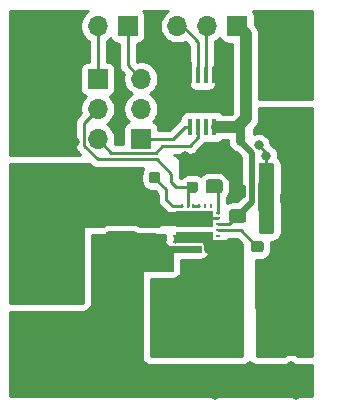
<source format=gtl>
%TF.GenerationSoftware,KiCad,Pcbnew,(5.1.6-0-10_14)*%
%TF.CreationDate,2021-10-07T10:19:15+09:00*%
%TF.ProjectId,peltier,70656c74-6965-4722-9e6b-696361645f70,rev?*%
%TF.SameCoordinates,Original*%
%TF.FileFunction,Copper,L1,Top*%
%TF.FilePolarity,Positive*%
%FSLAX46Y46*%
G04 Gerber Fmt 4.6, Leading zero omitted, Abs format (unit mm)*
G04 Created by KiCad (PCBNEW (5.1.6-0-10_14)) date 2021-10-07 10:19:15*
%MOMM*%
%LPD*%
G01*
G04 APERTURE LIST*
%TA.AperFunction,NonConductor*%
%ADD10C,0.100000*%
%TD*%
%TA.AperFunction,EtchedComponent*%
%ADD11C,0.100000*%
%TD*%
%TA.AperFunction,SMDPad,CuDef*%
%ADD12R,0.250000X0.450000*%
%TD*%
%TA.AperFunction,SMDPad,CuDef*%
%ADD13R,0.450000X0.250000*%
%TD*%
%TA.AperFunction,ComponentPad*%
%ADD14O,1.700000X1.700000*%
%TD*%
%TA.AperFunction,ComponentPad*%
%ADD15R,1.700000X1.700000*%
%TD*%
%TA.AperFunction,SMDPad,CuDef*%
%ADD16R,0.450000X1.450000*%
%TD*%
%TA.AperFunction,SMDPad,CuDef*%
%ADD17R,0.400000X1.450000*%
%TD*%
%TA.AperFunction,ComponentPad*%
%ADD18R,3.500000X3.500000*%
%TD*%
%TA.AperFunction,ComponentPad*%
%ADD19C,2.000000*%
%TD*%
%TA.AperFunction,SMDPad,CuDef*%
%ADD20R,4.100000X4.100000*%
%TD*%
%TA.AperFunction,ViaPad*%
%ADD21C,0.800000*%
%TD*%
%TA.AperFunction,Conductor*%
%ADD22C,0.250000*%
%TD*%
%TA.AperFunction,Conductor*%
%ADD23C,0.500000*%
%TD*%
%TA.AperFunction,Conductor*%
%ADD24C,1.000000*%
%TD*%
%TA.AperFunction,Conductor*%
%ADD25C,0.750000*%
%TD*%
%TA.AperFunction,Conductor*%
%ADD26C,0.254000*%
%TD*%
G04 APERTURE END LIST*
D10*
G36*
X173875000Y-56050000D02*
G01*
X171550000Y-56050000D01*
X171550000Y-57675000D01*
X166800000Y-57675000D01*
X166800000Y-55600000D01*
X173875000Y-55600000D01*
X173875000Y-56050000D01*
G37*
X173875000Y-56050000D02*
X171550000Y-56050000D01*
X171550000Y-57675000D01*
X166800000Y-57675000D01*
X166800000Y-55600000D01*
X173875000Y-55600000D01*
X173875000Y-56050000D01*
G36*
X180000000Y-52500000D02*
G01*
X178750000Y-52500000D01*
X178750000Y-50250000D01*
X180000000Y-50250000D01*
X180000000Y-52500000D01*
G37*
X180000000Y-52500000D02*
X178750000Y-52500000D01*
X178750000Y-50250000D01*
X180000000Y-50250000D01*
X180000000Y-52500000D01*
G36*
X172000000Y-53750000D02*
G01*
X171000000Y-53750000D01*
X171000000Y-52750000D01*
X172000000Y-52750000D01*
X172000000Y-53750000D01*
G37*
X172000000Y-53750000D02*
X171000000Y-53750000D01*
X171000000Y-52750000D01*
X172000000Y-52750000D01*
X172000000Y-53750000D01*
D11*
%TO.C,U1*%
G36*
X171780000Y-54000000D02*
G01*
X171780000Y-52660000D01*
X174880000Y-52660000D01*
X174880000Y-54000000D01*
X171780000Y-54000000D01*
G37*
G36*
X171780000Y-55340000D02*
G01*
X171780000Y-54390000D01*
X174880000Y-54390000D01*
X174880000Y-55340000D01*
X171780000Y-55340000D01*
G37*
%TD*%
D12*
%TO.P,U1,1*%
%TO.N,N/C*%
X174750000Y-52180000D03*
%TO.P,U1,2*%
%TO.N,5V*%
X174250000Y-52180000D03*
%TO.P,U1,3*%
%TO.N,GND*%
X173750000Y-52180000D03*
%TO.P,U1,4*%
X173250000Y-52180000D03*
%TO.P,U1,5*%
%TO.N,/FB_RES_B*%
X172750000Y-52180000D03*
%TO.P,U1,6*%
%TO.N,Net-(R2-Pad2)*%
X172250000Y-52180000D03*
D13*
%TO.P,U1,7*%
%TO.N,12V*%
X171680000Y-52750000D03*
%TO.P,U1,8*%
X171680000Y-53250000D03*
%TO.P,U1,9*%
X171680000Y-53750000D03*
%TO.P,U1,10*%
%TO.N,Net-(C3-Pad2)*%
X171680000Y-54750000D03*
%TO.P,U1,11*%
X171680000Y-55250000D03*
D12*
%TO.P,U1,12*%
%TO.N,GND*%
X172250000Y-55820000D03*
%TO.P,U1,13*%
X172750000Y-55820000D03*
%TO.P,U1,14*%
X173250000Y-55820000D03*
%TO.P,U1,15*%
X173750000Y-55820000D03*
%TO.P,U1,16*%
%TO.N,Net-(C3-Pad2)*%
X174250000Y-55820000D03*
%TO.P,U1,17*%
X174750000Y-55820000D03*
D13*
%TO.P,U1,18*%
X175320000Y-55250000D03*
%TO.P,U1,19*%
%TO.N,GND*%
X175320000Y-54750000D03*
%TO.P,U1,20*%
%TO.N,Net-(C3-Pad1)*%
X175320000Y-54250000D03*
%TO.P,U1,21*%
%TO.N,5V*%
X175320000Y-53750000D03*
%TO.P,U1,22*%
%TO.N,12V*%
X175320000Y-53250000D03*
%TO.P,U1,23*%
%TO.N,Net-(C2-Pad1)*%
X175320000Y-52750000D03*
%TD*%
%TO.P,C1,1*%
%TO.N,5V*%
%TA.AperFunction,SMDPad,CuDef*%
G36*
G01*
X177475000Y-53625000D02*
X176525000Y-53625000D01*
G75*
G02*
X176275000Y-53375000I0J250000D01*
G01*
X176275000Y-52700000D01*
G75*
G02*
X176525000Y-52450000I250000J0D01*
G01*
X177475000Y-52450000D01*
G75*
G02*
X177725000Y-52700000I0J-250000D01*
G01*
X177725000Y-53375000D01*
G75*
G02*
X177475000Y-53625000I-250000J0D01*
G01*
G37*
%TD.AperFunction*%
%TO.P,C1,2*%
%TO.N,GND*%
%TA.AperFunction,SMDPad,CuDef*%
G36*
G01*
X177475000Y-51550000D02*
X176525000Y-51550000D01*
G75*
G02*
X176275000Y-51300000I0J250000D01*
G01*
X176275000Y-50625000D01*
G75*
G02*
X176525000Y-50375000I250000J0D01*
G01*
X177475000Y-50375000D01*
G75*
G02*
X177725000Y-50625000I0J-250000D01*
G01*
X177725000Y-51300000D01*
G75*
G02*
X177475000Y-51550000I-250000J0D01*
G01*
G37*
%TD.AperFunction*%
%TD*%
%TO.P,C2,1*%
%TO.N,Net-(C2-Pad1)*%
%TA.AperFunction,SMDPad,CuDef*%
G36*
G01*
X175475000Y-51125000D02*
X174525000Y-51125000D01*
G75*
G02*
X174275000Y-50875000I0J250000D01*
G01*
X174275000Y-50200000D01*
G75*
G02*
X174525000Y-49950000I250000J0D01*
G01*
X175475000Y-49950000D01*
G75*
G02*
X175725000Y-50200000I0J-250000D01*
G01*
X175725000Y-50875000D01*
G75*
G02*
X175475000Y-51125000I-250000J0D01*
G01*
G37*
%TD.AperFunction*%
%TO.P,C2,2*%
%TO.N,GND*%
%TA.AperFunction,SMDPad,CuDef*%
G36*
G01*
X175475000Y-49050000D02*
X174525000Y-49050000D01*
G75*
G02*
X174275000Y-48800000I0J250000D01*
G01*
X174275000Y-48125000D01*
G75*
G02*
X174525000Y-47875000I250000J0D01*
G01*
X175475000Y-47875000D01*
G75*
G02*
X175725000Y-48125000I0J-250000D01*
G01*
X175725000Y-48800000D01*
G75*
G02*
X175475000Y-49050000I-250000J0D01*
G01*
G37*
%TD.AperFunction*%
%TD*%
%TO.P,C3,2*%
%TO.N,Net-(C3-Pad2)*%
%TA.AperFunction,SMDPad,CuDef*%
G36*
G01*
X177475000Y-55412500D02*
X177475000Y-55887500D01*
G75*
G02*
X177237500Y-56125000I-237500J0D01*
G01*
X176637500Y-56125000D01*
G75*
G02*
X176400000Y-55887500I0J237500D01*
G01*
X176400000Y-55412500D01*
G75*
G02*
X176637500Y-55175000I237500J0D01*
G01*
X177237500Y-55175000D01*
G75*
G02*
X177475000Y-55412500I0J-237500D01*
G01*
G37*
%TD.AperFunction*%
%TO.P,C3,1*%
%TO.N,Net-(C3-Pad1)*%
%TA.AperFunction,SMDPad,CuDef*%
G36*
G01*
X179200000Y-55412500D02*
X179200000Y-55887500D01*
G75*
G02*
X178962500Y-56125000I-237500J0D01*
G01*
X178362500Y-56125000D01*
G75*
G02*
X178125000Y-55887500I0J237500D01*
G01*
X178125000Y-55412500D01*
G75*
G02*
X178362500Y-55175000I237500J0D01*
G01*
X178962500Y-55175000D01*
G75*
G02*
X179200000Y-55412500I0J-237500D01*
G01*
G37*
%TD.AperFunction*%
%TD*%
%TO.P,C4,1*%
%TO.N,12V*%
%TA.AperFunction,SMDPad,CuDef*%
G36*
G01*
X169762500Y-52800000D02*
X170237500Y-52800000D01*
G75*
G02*
X170475000Y-53037500I0J-237500D01*
G01*
X170475000Y-53637500D01*
G75*
G02*
X170237500Y-53875000I-237500J0D01*
G01*
X169762500Y-53875000D01*
G75*
G02*
X169525000Y-53637500I0J237500D01*
G01*
X169525000Y-53037500D01*
G75*
G02*
X169762500Y-52800000I237500J0D01*
G01*
G37*
%TD.AperFunction*%
%TO.P,C4,2*%
%TO.N,GND*%
%TA.AperFunction,SMDPad,CuDef*%
G36*
G01*
X169762500Y-54525000D02*
X170237500Y-54525000D01*
G75*
G02*
X170475000Y-54762500I0J-237500D01*
G01*
X170475000Y-55362500D01*
G75*
G02*
X170237500Y-55600000I-237500J0D01*
G01*
X169762500Y-55600000D01*
G75*
G02*
X169525000Y-55362500I0J237500D01*
G01*
X169525000Y-54762500D01*
G75*
G02*
X169762500Y-54525000I237500J0D01*
G01*
G37*
%TD.AperFunction*%
%TD*%
D14*
%TO.P,J1,2*%
%TO.N,Net-(J1-Pad2)*%
X165135000Y-36950000D03*
D15*
%TO.P,J1,1*%
%TO.N,Net-(J1-Pad1)*%
X167675000Y-36950000D03*
%TD*%
D14*
%TO.P,J2,3*%
%TO.N,Net-(J1-Pad1)*%
X168800000Y-41420000D03*
%TO.P,J2,2*%
%TO.N,REG_OUT*%
X168800000Y-43960000D03*
D15*
%TO.P,J2,1*%
%TO.N,/POT_RES_A*%
X168800000Y-46500000D03*
%TD*%
%TO.P,J3,1*%
%TO.N,Net-(J1-Pad2)*%
X165150000Y-41450000D03*
D14*
%TO.P,J3,2*%
%TO.N,/FB_RES_B*%
X165150000Y-43990000D03*
%TO.P,J3,3*%
%TO.N,/POT_RES_B*%
X165150000Y-46530000D03*
%TD*%
%TO.P,J5,3*%
%TO.N,I2C_SDA*%
X171870000Y-36950000D03*
%TO.P,J5,2*%
%TO.N,I2C_SCL*%
X174410000Y-36950000D03*
D15*
%TO.P,J5,1*%
%TO.N,5V*%
X176950000Y-36950000D03*
%TD*%
%TO.P,R2,1*%
%TO.N,12V*%
%TA.AperFunction,SMDPad,CuDef*%
G36*
G01*
X170187500Y-52100000D02*
X169712500Y-52100000D01*
G75*
G02*
X169475000Y-51862500I0J237500D01*
G01*
X169475000Y-51362500D01*
G75*
G02*
X169712500Y-51125000I237500J0D01*
G01*
X170187500Y-51125000D01*
G75*
G02*
X170425000Y-51362500I0J-237500D01*
G01*
X170425000Y-51862500D01*
G75*
G02*
X170187500Y-52100000I-237500J0D01*
G01*
G37*
%TD.AperFunction*%
%TO.P,R2,2*%
%TO.N,Net-(R2-Pad2)*%
%TA.AperFunction,SMDPad,CuDef*%
G36*
G01*
X170187500Y-50275000D02*
X169712500Y-50275000D01*
G75*
G02*
X169475000Y-50037500I0J237500D01*
G01*
X169475000Y-49537500D01*
G75*
G02*
X169712500Y-49300000I237500J0D01*
G01*
X170187500Y-49300000D01*
G75*
G02*
X170425000Y-49537500I0J-237500D01*
G01*
X170425000Y-50037500D01*
G75*
G02*
X170187500Y-50275000I-237500J0D01*
G01*
G37*
%TD.AperFunction*%
%TD*%
%TO.P,R3,2*%
%TO.N,GND*%
%TA.AperFunction,SMDPad,CuDef*%
G36*
G01*
X173387500Y-49275000D02*
X172912500Y-49275000D01*
G75*
G02*
X172675000Y-49037500I0J237500D01*
G01*
X172675000Y-48537500D01*
G75*
G02*
X172912500Y-48300000I237500J0D01*
G01*
X173387500Y-48300000D01*
G75*
G02*
X173625000Y-48537500I0J-237500D01*
G01*
X173625000Y-49037500D01*
G75*
G02*
X173387500Y-49275000I-237500J0D01*
G01*
G37*
%TD.AperFunction*%
%TO.P,R3,1*%
%TO.N,/FB_RES_B*%
%TA.AperFunction,SMDPad,CuDef*%
G36*
G01*
X173387500Y-51100000D02*
X172912500Y-51100000D01*
G75*
G02*
X172675000Y-50862500I0J237500D01*
G01*
X172675000Y-50362500D01*
G75*
G02*
X172912500Y-50125000I237500J0D01*
G01*
X173387500Y-50125000D01*
G75*
G02*
X173625000Y-50362500I0J-237500D01*
G01*
X173625000Y-50862500D01*
G75*
G02*
X173387500Y-51100000I-237500J0D01*
G01*
G37*
%TD.AperFunction*%
%TD*%
D16*
%TO.P,U2,8*%
%TO.N,5V*%
X175000000Y-45500000D03*
D17*
%TO.P,U2,7*%
%TO.N,N/C*%
X174325000Y-45500000D03*
%TO.P,U2,6*%
%TO.N,/POT_RES_B*%
X173675000Y-45500000D03*
D16*
%TO.P,U2,5*%
%TO.N,/POT_RES_A*%
X173000000Y-45500000D03*
%TO.P,U2,4*%
%TO.N,GND*%
X173000000Y-41100000D03*
D17*
%TO.P,U2,3*%
%TO.N,I2C_SDA*%
X173675000Y-41100000D03*
%TO.P,U2,2*%
%TO.N,I2C_SCL*%
X174325000Y-41100000D03*
D16*
%TO.P,U2,1*%
%TO.N,GND*%
X175000000Y-41100000D03*
%TD*%
D18*
%TO.P,J6,1*%
%TO.N,12V*%
X161940000Y-58620000D03*
%TO.P,J6,2*%
%TO.N,GND*%
%TA.AperFunction,ComponentPad*%
G36*
G01*
X162940000Y-66120000D02*
X160940000Y-66120000D01*
G75*
G02*
X160190000Y-65370000I0J750000D01*
G01*
X160190000Y-63870000D01*
G75*
G02*
X160940000Y-63120000I750000J0D01*
G01*
X162940000Y-63120000D01*
G75*
G02*
X163690000Y-63870000I0J-750000D01*
G01*
X163690000Y-65370000D01*
G75*
G02*
X162940000Y-66120000I-750000J0D01*
G01*
G37*
%TD.AperFunction*%
%TO.P,J6,3*%
%TA.AperFunction,ComponentPad*%
G36*
G01*
X167515000Y-63370000D02*
X165765000Y-63370000D01*
G75*
G02*
X164890000Y-62495000I0J875000D01*
G01*
X164890000Y-60745000D01*
G75*
G02*
X165765000Y-59870000I875000J0D01*
G01*
X167515000Y-59870000D01*
G75*
G02*
X168390000Y-60745000I0J-875000D01*
G01*
X168390000Y-62495000D01*
G75*
G02*
X167515000Y-63370000I-875000J0D01*
G01*
G37*
%TD.AperFunction*%
%TD*%
%TO.P,C5,1*%
%TO.N,12V*%
%TA.AperFunction,SMDPad,CuDef*%
G36*
G01*
X166049999Y-51225000D02*
X168250001Y-51225000D01*
G75*
G02*
X168500000Y-51474999I0J-249999D01*
G01*
X168500000Y-52300001D01*
G75*
G02*
X168250001Y-52550000I-249999J0D01*
G01*
X166049999Y-52550000D01*
G75*
G02*
X165800000Y-52300001I0J249999D01*
G01*
X165800000Y-51474999D01*
G75*
G02*
X166049999Y-51225000I249999J0D01*
G01*
G37*
%TD.AperFunction*%
%TO.P,C5,2*%
%TO.N,GND*%
%TA.AperFunction,SMDPad,CuDef*%
G36*
G01*
X166049999Y-54350000D02*
X168250001Y-54350000D01*
G75*
G02*
X168500000Y-54599999I0J-249999D01*
G01*
X168500000Y-55425001D01*
G75*
G02*
X168250001Y-55675000I-249999J0D01*
G01*
X166049999Y-55675000D01*
G75*
G02*
X165800000Y-55425001I0J249999D01*
G01*
X165800000Y-54599999D01*
G75*
G02*
X166049999Y-54350000I249999J0D01*
G01*
G37*
%TD.AperFunction*%
%TD*%
%TO.P,C6,1*%
%TO.N,REG_OUT*%
%TA.AperFunction,SMDPad,CuDef*%
G36*
G01*
X183225000Y-52149999D02*
X183225000Y-54350001D01*
G75*
G02*
X182975001Y-54600000I-249999J0D01*
G01*
X182149999Y-54600000D01*
G75*
G02*
X181900000Y-54350001I0J249999D01*
G01*
X181900000Y-52149999D01*
G75*
G02*
X182149999Y-51900000I249999J0D01*
G01*
X182975001Y-51900000D01*
G75*
G02*
X183225000Y-52149999I0J-249999D01*
G01*
G37*
%TD.AperFunction*%
%TO.P,C6,2*%
%TO.N,GND*%
%TA.AperFunction,SMDPad,CuDef*%
G36*
G01*
X180100000Y-52149999D02*
X180100000Y-54350001D01*
G75*
G02*
X179850001Y-54600000I-249999J0D01*
G01*
X179024999Y-54600000D01*
G75*
G02*
X178775000Y-54350001I0J249999D01*
G01*
X178775000Y-52149999D01*
G75*
G02*
X179024999Y-51900000I249999J0D01*
G01*
X179850001Y-51900000D01*
G75*
G02*
X180100000Y-52149999I0J-249999D01*
G01*
G37*
%TD.AperFunction*%
%TD*%
%TO.P,C8,2*%
%TO.N,GND*%
%TA.AperFunction,SMDPad,CuDef*%
G36*
G01*
X180084999Y-48774998D02*
X180084999Y-50975000D01*
G75*
G02*
X179835000Y-51224999I-249999J0D01*
G01*
X179009998Y-51224999D01*
G75*
G02*
X178759999Y-50975000I0J249999D01*
G01*
X178759999Y-48774998D01*
G75*
G02*
X179009998Y-48524999I249999J0D01*
G01*
X179835000Y-48524999D01*
G75*
G02*
X180084999Y-48774998I0J-249999D01*
G01*
G37*
%TD.AperFunction*%
%TO.P,C8,1*%
%TO.N,REG_OUT*%
%TA.AperFunction,SMDPad,CuDef*%
G36*
G01*
X183209999Y-48774998D02*
X183209999Y-50975000D01*
G75*
G02*
X182960000Y-51224999I-249999J0D01*
G01*
X182134998Y-51224999D01*
G75*
G02*
X181884999Y-50975000I0J249999D01*
G01*
X181884999Y-48774998D01*
G75*
G02*
X182134998Y-48524999I249999J0D01*
G01*
X182960000Y-48524999D01*
G75*
G02*
X183209999Y-48774998I0J-249999D01*
G01*
G37*
%TD.AperFunction*%
%TD*%
D19*
%TO.P,J4,1*%
%TO.N,REG_OUT*%
X180150000Y-45100000D03*
%TO.P,J4,2*%
%TO.N,GND*%
X180150000Y-41600000D03*
%TD*%
D20*
%TO.P,L1,1*%
%TO.N,Net-(C3-Pad2)*%
X171710000Y-62370000D03*
%TO.P,L1,2*%
%TO.N,REG_OUT*%
X181210000Y-62370000D03*
%TD*%
D21*
%TO.N,GND*%
X175900000Y-39450000D03*
X172175000Y-39625000D03*
X176850000Y-48575000D03*
X178775000Y-47050000D03*
X172500000Y-48000000D03*
X171250000Y-41500000D03*
X171250000Y-43250000D03*
X171250000Y-43250000D03*
X181750000Y-40000000D03*
X180250000Y-38000000D03*
X181750000Y-36500000D03*
X179400000Y-47980000D03*
X179400000Y-51640000D03*
X176000000Y-43000000D03*
X169440000Y-39120000D03*
X166520000Y-39080000D03*
X162810000Y-36490000D03*
X158160000Y-36250000D03*
X160660000Y-39070000D03*
X158080000Y-41500000D03*
X162610000Y-41460000D03*
X160460000Y-44280000D03*
X158120000Y-46490000D03*
X163220000Y-46740000D03*
X158310000Y-61720000D03*
X158370000Y-67830000D03*
X163640000Y-61930000D03*
X164330000Y-67740000D03*
X169190000Y-67950000D03*
X167210000Y-64980000D03*
X174170000Y-66040000D03*
X181970000Y-68240000D03*
X181510000Y-65750000D03*
X175080000Y-68170000D03*
X178750000Y-66690000D03*
X165190000Y-58530000D03*
X165260000Y-56080000D03*
X167950000Y-57250000D03*
X170580000Y-57050000D03*
X167910000Y-59120000D03*
%TD*%
D22*
%TO.N,5V*%
X176287500Y-53750000D02*
X175320000Y-53750000D01*
X177000000Y-53037500D02*
X176287500Y-53750000D01*
D23*
X178175010Y-47708012D02*
X177150000Y-46683002D01*
X178175010Y-51862490D02*
X178175010Y-47708012D01*
X177000000Y-53037500D02*
X178175010Y-51862490D01*
D24*
X177674999Y-37674999D02*
X177674999Y-44775001D01*
X176950000Y-36950000D02*
X177674999Y-37674999D01*
X176950000Y-45500000D02*
X175225001Y-45500000D01*
X177674999Y-44775001D02*
X176950000Y-45500000D01*
D25*
X177150000Y-45700000D02*
X176950000Y-45500000D01*
X177150000Y-46683002D02*
X177150000Y-45700000D01*
D22*
%TO.N,GND*%
X173750000Y-55820000D02*
X173250000Y-55820000D01*
X173250000Y-55820000D02*
X172750000Y-55820000D01*
X172750000Y-55820000D02*
X172250000Y-55820000D01*
X172250000Y-55820000D02*
X170757500Y-55820000D01*
D24*
X169950000Y-55012500D02*
X170000000Y-55062500D01*
X167150000Y-55012500D02*
X169950000Y-55012500D01*
X170000000Y-55062500D02*
X170757500Y-55820000D01*
D22*
X174675000Y-48787500D02*
X175000000Y-48462500D01*
X173150000Y-48787500D02*
X174675000Y-48787500D01*
X173250000Y-52180000D02*
X173750000Y-52180000D01*
D23*
X179422499Y-53234999D02*
X179437500Y-53250000D01*
X179422499Y-49874999D02*
X179422499Y-53234999D01*
X177000000Y-50462500D02*
X175000000Y-48462500D01*
X177000000Y-50962500D02*
X177000000Y-50462500D01*
D22*
X175000000Y-40350000D02*
X175900000Y-39450000D01*
X175000000Y-41100000D02*
X175000000Y-40350000D01*
X172175000Y-39625000D02*
X172625000Y-39625000D01*
X173000000Y-40000000D02*
X173000000Y-41100000D01*
X172625000Y-39625000D02*
X173000000Y-40000000D01*
X177000000Y-48725000D02*
X176850000Y-48575000D01*
X177000000Y-50962500D02*
X177000000Y-48725000D01*
X179422499Y-47697499D02*
X178775000Y-47050000D01*
X179422499Y-49874999D02*
X179422499Y-47697499D01*
D25*
X166640000Y-55522500D02*
X167150000Y-55012500D01*
X166640000Y-61620000D02*
X166640000Y-55522500D01*
X170000000Y-55062500D02*
X169837500Y-55062500D01*
X169837500Y-55062500D02*
X169200000Y-55700000D01*
X167150000Y-55012500D02*
X170617500Y-55012500D01*
X170000000Y-55062500D02*
X169307500Y-55062500D01*
X169307500Y-55062500D02*
X168590000Y-55780000D01*
X168590000Y-55780000D02*
X166350000Y-55780000D01*
X166350000Y-55780000D02*
X166230000Y-55900000D01*
X166230000Y-57550000D02*
X166490000Y-57550000D01*
X166230000Y-55900000D02*
X166230000Y-57550000D01*
X166230000Y-57550000D02*
X166230000Y-57930000D01*
X167110000Y-57880000D02*
X166965000Y-58025000D01*
X166490000Y-57550000D02*
X166965000Y-58025000D01*
X168340000Y-57880000D02*
X167600000Y-57880000D01*
X167600000Y-57880000D02*
X168170000Y-57880000D01*
X167600000Y-57880000D02*
X167110000Y-57880000D01*
X168170000Y-57880000D02*
X168610000Y-58320000D01*
X168610000Y-58320000D02*
X168610000Y-57090000D01*
D22*
%TO.N,Net-(C2-Pad1)*%
X175320000Y-50857500D02*
X175320000Y-52750000D01*
X175000000Y-50537500D02*
X175320000Y-50857500D01*
%TO.N,Net-(C3-Pad2)*%
X174750000Y-55820000D02*
X175320000Y-55250000D01*
X175720000Y-55650000D02*
X175320000Y-55250000D01*
X176937500Y-55650000D02*
X175720000Y-55650000D01*
X173615002Y-54750000D02*
X171680000Y-54750000D01*
X174250000Y-55384998D02*
X173615002Y-54750000D01*
X174250000Y-55820000D02*
X174250000Y-55384998D01*
X171680000Y-55250000D02*
X171680000Y-54750000D01*
D25*
X171710000Y-62370000D02*
X171710000Y-62290000D01*
X176937500Y-57062500D02*
X176937500Y-55650000D01*
X171710000Y-62290000D02*
X176937500Y-57062500D01*
D22*
X174520000Y-55820000D02*
X174250000Y-55820000D01*
D25*
X174500000Y-55400000D02*
X174750000Y-55650000D01*
X174584998Y-55400000D02*
X174500000Y-55400000D01*
X175000000Y-55450001D02*
X174634999Y-55450001D01*
X174634999Y-55450001D02*
X174584998Y-55400000D01*
X174750000Y-55650000D02*
X174750000Y-55820000D01*
X174630001Y-55820000D02*
X175000000Y-55450001D01*
X174520000Y-55820000D02*
X174630001Y-55820000D01*
X175119999Y-55450001D02*
X176149999Y-55450001D01*
X174920000Y-55650000D02*
X175119999Y-55450001D01*
X174750000Y-55650000D02*
X174920000Y-55650000D01*
D22*
%TO.N,Net-(C3-Pad1)*%
X177262500Y-54250000D02*
X178662500Y-55650000D01*
X175320000Y-54250000D02*
X177262500Y-54250000D01*
%TO.N,12V*%
X170587500Y-52750000D02*
X170000000Y-53337500D01*
X171680000Y-52750000D02*
X170587500Y-52750000D01*
X170412500Y-53750000D02*
X170000000Y-53337500D01*
X171680000Y-53750000D02*
X170412500Y-53750000D01*
X169950000Y-53287500D02*
X170000000Y-53337500D01*
X169950000Y-51612500D02*
X169950000Y-53287500D01*
X174845000Y-53250000D02*
X171680000Y-53250000D01*
X175320000Y-53250000D02*
X174845000Y-53250000D01*
X168550000Y-51887500D02*
X170000000Y-53337500D01*
X167150000Y-51887500D02*
X168550000Y-51887500D01*
D25*
X167150000Y-51887500D02*
X163112500Y-51887500D01*
X161940000Y-53060000D02*
X161940000Y-58620000D01*
X163112500Y-51887500D02*
X161940000Y-53060000D01*
X171012500Y-53337500D02*
X171100000Y-53250000D01*
X170000000Y-53337500D02*
X171012500Y-53337500D01*
D22*
X171680000Y-53250000D02*
X171100000Y-53250000D01*
D25*
X171100000Y-53250000D02*
X171100000Y-53210000D01*
X171100000Y-53210000D02*
X170370000Y-52480000D01*
D24*
%TO.N,REG_OUT*%
X182547499Y-47497499D02*
X182547499Y-49874999D01*
X180150000Y-45100000D02*
X182547499Y-47497499D01*
X182547499Y-53234999D02*
X182562500Y-53250000D01*
X182547499Y-49874999D02*
X182547499Y-53234999D01*
X182562500Y-53250000D02*
X182562500Y-56162500D01*
X180575000Y-58150000D02*
X180575000Y-59800000D01*
X182562500Y-56162500D02*
X180575000Y-58150000D01*
D22*
%TO.N,Net-(J1-Pad2)*%
X165135000Y-41435000D02*
X165150000Y-41450000D01*
X165135000Y-36950000D02*
X165135000Y-41435000D01*
%TO.N,Net-(J1-Pad1)*%
X167675000Y-40295000D02*
X167675000Y-36950000D01*
X168800000Y-41420000D02*
X167675000Y-40295000D01*
%TO.N,/POT_RES_A*%
X168800000Y-46500000D02*
X171500000Y-46500000D01*
X172500000Y-45500000D02*
X173000000Y-45500000D01*
X171500000Y-46500000D02*
X172500000Y-45500000D01*
%TO.N,/FB_RES_B*%
X172750000Y-51012500D02*
X172750000Y-52180000D01*
X173150000Y-50612500D02*
X172750000Y-51012500D01*
X171375000Y-50175000D02*
X171812500Y-50612500D01*
X171812500Y-50612500D02*
X173150000Y-50612500D01*
X171375000Y-49500000D02*
X171375000Y-50175000D01*
X163974999Y-45165001D02*
X163974999Y-47094001D01*
X170125000Y-48250000D02*
X171375000Y-49500000D01*
X165130998Y-48250000D02*
X170125000Y-48250000D01*
X163974999Y-47094001D02*
X165130998Y-48250000D01*
X165150000Y-43990000D02*
X163974999Y-45165001D01*
%TO.N,/POT_RES_B*%
X173675000Y-46360002D02*
X173675000Y-45500000D01*
X172917501Y-47117501D02*
X173675000Y-46360002D01*
X170607499Y-47117501D02*
X172917501Y-47117501D01*
X166295001Y-47675001D02*
X170049999Y-47675001D01*
X170049999Y-47675001D02*
X170607499Y-47117501D01*
X165150000Y-46530000D02*
X166295001Y-47675001D01*
%TO.N,I2C_SDA*%
X172325000Y-36950000D02*
X171870000Y-36950000D01*
X173675000Y-38300000D02*
X172325000Y-36950000D01*
X173675000Y-41100000D02*
X173675000Y-38300000D01*
%TO.N,I2C_SCL*%
X174325000Y-37035000D02*
X174410000Y-36950000D01*
X174325000Y-41100000D02*
X174325000Y-37035000D01*
%TO.N,Net-(R2-Pad2)*%
X169950000Y-49787500D02*
X170950000Y-50787500D01*
X170950000Y-50787500D02*
X170950000Y-51650000D01*
X171480000Y-52180000D02*
X172250000Y-52180000D01*
X170950000Y-51650000D02*
X171480000Y-52180000D01*
%TD*%
D26*
%TO.N,Net-(C3-Pad2)*%
G36*
X177373000Y-55435302D02*
G01*
X177373000Y-64873000D01*
X169627000Y-64873000D01*
X169627000Y-58360000D01*
X171550000Y-58360000D01*
X171614145Y-58353710D01*
X171678356Y-58347867D01*
X171680662Y-58347188D01*
X171683051Y-58346954D01*
X171744723Y-58328334D01*
X171806606Y-58310121D01*
X171808736Y-58309008D01*
X171811033Y-58308314D01*
X171867886Y-58278084D01*
X171925081Y-58248184D01*
X171926955Y-58246677D01*
X171929073Y-58245551D01*
X171978986Y-58204843D01*
X172029269Y-58164414D01*
X172030813Y-58162573D01*
X172032674Y-58161056D01*
X172073766Y-58111384D01*
X172115203Y-58062002D01*
X172116360Y-58059898D01*
X172117891Y-58058047D01*
X172148541Y-58001361D01*
X172179608Y-57944850D01*
X172180335Y-57942558D01*
X172181476Y-57940448D01*
X172200524Y-57878916D01*
X172220031Y-57817420D01*
X172220299Y-57815032D01*
X172221009Y-57812738D01*
X172227746Y-57748634D01*
X172234933Y-57684564D01*
X172234965Y-57679950D01*
X172234983Y-57679782D01*
X172234968Y-57679614D01*
X172235000Y-57675000D01*
X172235000Y-56735000D01*
X173875000Y-56735000D01*
X173939145Y-56728710D01*
X174003356Y-56722867D01*
X174005662Y-56722188D01*
X174008051Y-56721954D01*
X174069723Y-56703334D01*
X174131606Y-56685121D01*
X174133736Y-56684008D01*
X174136033Y-56683314D01*
X174192886Y-56653084D01*
X174250081Y-56623184D01*
X174251955Y-56621677D01*
X174254073Y-56620551D01*
X174303986Y-56579843D01*
X174354269Y-56539414D01*
X174355813Y-56537573D01*
X174357674Y-56536056D01*
X174398766Y-56486384D01*
X174440203Y-56437002D01*
X174441360Y-56434898D01*
X174442891Y-56433047D01*
X174473541Y-56376361D01*
X174504608Y-56319850D01*
X174505335Y-56317558D01*
X174506476Y-56315448D01*
X174525524Y-56253916D01*
X174545031Y-56192420D01*
X174545299Y-56190032D01*
X174546009Y-56187738D01*
X174552746Y-56123634D01*
X174559933Y-56059564D01*
X174559965Y-56054950D01*
X174559983Y-56054782D01*
X174559968Y-56054614D01*
X174560000Y-56050000D01*
X174560000Y-55975000D01*
X174880000Y-55975000D01*
X174939505Y-55969166D01*
X174998987Y-55963752D01*
X175001118Y-55963125D01*
X175003339Y-55962907D01*
X175060621Y-55945612D01*
X175117875Y-55928762D01*
X175119847Y-55927731D01*
X175121980Y-55927087D01*
X175174781Y-55899012D01*
X175227703Y-55871345D01*
X175229437Y-55869951D01*
X175231404Y-55868905D01*
X175277737Y-55831117D01*
X175324286Y-55793690D01*
X175325717Y-55791985D01*
X175327443Y-55790577D01*
X175365539Y-55744527D01*
X175403947Y-55698754D01*
X175405020Y-55696802D01*
X175406439Y-55695087D01*
X175434851Y-55642539D01*
X175463651Y-55590153D01*
X175464325Y-55588029D01*
X175465383Y-55586072D01*
X175483034Y-55529050D01*
X175488103Y-55513072D01*
X175545000Y-55513072D01*
X175669482Y-55500812D01*
X175789180Y-55464502D01*
X175899494Y-55405537D01*
X175996185Y-55326185D01*
X176075537Y-55229494D01*
X176134502Y-55119180D01*
X176167621Y-55010000D01*
X176947699Y-55010000D01*
X177373000Y-55435302D01*
G37*
X177373000Y-55435302D02*
X177373000Y-64873000D01*
X169627000Y-64873000D01*
X169627000Y-58360000D01*
X171550000Y-58360000D01*
X171614145Y-58353710D01*
X171678356Y-58347867D01*
X171680662Y-58347188D01*
X171683051Y-58346954D01*
X171744723Y-58328334D01*
X171806606Y-58310121D01*
X171808736Y-58309008D01*
X171811033Y-58308314D01*
X171867886Y-58278084D01*
X171925081Y-58248184D01*
X171926955Y-58246677D01*
X171929073Y-58245551D01*
X171978986Y-58204843D01*
X172029269Y-58164414D01*
X172030813Y-58162573D01*
X172032674Y-58161056D01*
X172073766Y-58111384D01*
X172115203Y-58062002D01*
X172116360Y-58059898D01*
X172117891Y-58058047D01*
X172148541Y-58001361D01*
X172179608Y-57944850D01*
X172180335Y-57942558D01*
X172181476Y-57940448D01*
X172200524Y-57878916D01*
X172220031Y-57817420D01*
X172220299Y-57815032D01*
X172221009Y-57812738D01*
X172227746Y-57748634D01*
X172234933Y-57684564D01*
X172234965Y-57679950D01*
X172234983Y-57679782D01*
X172234968Y-57679614D01*
X172235000Y-57675000D01*
X172235000Y-56735000D01*
X173875000Y-56735000D01*
X173939145Y-56728710D01*
X174003356Y-56722867D01*
X174005662Y-56722188D01*
X174008051Y-56721954D01*
X174069723Y-56703334D01*
X174131606Y-56685121D01*
X174133736Y-56684008D01*
X174136033Y-56683314D01*
X174192886Y-56653084D01*
X174250081Y-56623184D01*
X174251955Y-56621677D01*
X174254073Y-56620551D01*
X174303986Y-56579843D01*
X174354269Y-56539414D01*
X174355813Y-56537573D01*
X174357674Y-56536056D01*
X174398766Y-56486384D01*
X174440203Y-56437002D01*
X174441360Y-56434898D01*
X174442891Y-56433047D01*
X174473541Y-56376361D01*
X174504608Y-56319850D01*
X174505335Y-56317558D01*
X174506476Y-56315448D01*
X174525524Y-56253916D01*
X174545031Y-56192420D01*
X174545299Y-56190032D01*
X174546009Y-56187738D01*
X174552746Y-56123634D01*
X174559933Y-56059564D01*
X174559965Y-56054950D01*
X174559983Y-56054782D01*
X174559968Y-56054614D01*
X174560000Y-56050000D01*
X174560000Y-55975000D01*
X174880000Y-55975000D01*
X174939505Y-55969166D01*
X174998987Y-55963752D01*
X175001118Y-55963125D01*
X175003339Y-55962907D01*
X175060621Y-55945612D01*
X175117875Y-55928762D01*
X175119847Y-55927731D01*
X175121980Y-55927087D01*
X175174781Y-55899012D01*
X175227703Y-55871345D01*
X175229437Y-55869951D01*
X175231404Y-55868905D01*
X175277737Y-55831117D01*
X175324286Y-55793690D01*
X175325717Y-55791985D01*
X175327443Y-55790577D01*
X175365539Y-55744527D01*
X175403947Y-55698754D01*
X175405020Y-55696802D01*
X175406439Y-55695087D01*
X175434851Y-55642539D01*
X175463651Y-55590153D01*
X175464325Y-55588029D01*
X175465383Y-55586072D01*
X175483034Y-55529050D01*
X175488103Y-55513072D01*
X175545000Y-55513072D01*
X175669482Y-55500812D01*
X175789180Y-55464502D01*
X175899494Y-55405537D01*
X175996185Y-55326185D01*
X176075537Y-55229494D01*
X176134502Y-55119180D01*
X176167621Y-55010000D01*
X176947699Y-55010000D01*
X177373000Y-55435302D01*
%TO.N,REG_OUT*%
G36*
X183315001Y-64873000D02*
G01*
X182060427Y-64873000D01*
X182000256Y-64832795D01*
X181811898Y-64754774D01*
X181611939Y-64715000D01*
X181408061Y-64715000D01*
X181208102Y-64754774D01*
X181019744Y-64832795D01*
X180959573Y-64873000D01*
X178625514Y-64873000D01*
X178530103Y-56763072D01*
X178962500Y-56763072D01*
X179133316Y-56746248D01*
X179297567Y-56696423D01*
X179448942Y-56615512D01*
X179581623Y-56506623D01*
X179690512Y-56373942D01*
X179771423Y-56222567D01*
X179821248Y-56058316D01*
X179838072Y-55887500D01*
X179838072Y-55412500D01*
X179821248Y-55241684D01*
X179820152Y-55238072D01*
X179850001Y-55238072D01*
X180023255Y-55221008D01*
X180189851Y-55170472D01*
X180343387Y-55088405D01*
X180477962Y-54977962D01*
X180588405Y-54843387D01*
X180670472Y-54689851D01*
X180721008Y-54523255D01*
X180738072Y-54350001D01*
X180738072Y-52149999D01*
X180721008Y-51976745D01*
X180685000Y-51858042D01*
X180685000Y-51217505D01*
X180706007Y-51148254D01*
X180723071Y-50975000D01*
X180723071Y-48774998D01*
X180706007Y-48601744D01*
X180655471Y-48435148D01*
X180573404Y-48281612D01*
X180462961Y-48147037D01*
X180427792Y-48118175D01*
X180435000Y-48081939D01*
X180435000Y-47878061D01*
X180395226Y-47678102D01*
X180317205Y-47489744D01*
X180203937Y-47320226D01*
X180059774Y-47176063D01*
X179890256Y-47062795D01*
X179843039Y-47043237D01*
X179810000Y-47010198D01*
X179810000Y-46948061D01*
X179770226Y-46748102D01*
X179692205Y-46559744D01*
X179578937Y-46390226D01*
X179434774Y-46246063D01*
X179265256Y-46132795D01*
X179076898Y-46054774D01*
X178876939Y-46015000D01*
X178673061Y-46015000D01*
X178473102Y-46054774D01*
X178404458Y-46083207D01*
X178399429Y-45655702D01*
X178438134Y-45616997D01*
X178481448Y-45581450D01*
X178623283Y-45408624D01*
X178728675Y-45211448D01*
X178793576Y-44997500D01*
X178809999Y-44830753D01*
X178809999Y-44830744D01*
X178815489Y-44775002D01*
X178809999Y-44719260D01*
X178809999Y-43877000D01*
X183315000Y-43877000D01*
X183315001Y-64873000D01*
G37*
X183315001Y-64873000D02*
X182060427Y-64873000D01*
X182000256Y-64832795D01*
X181811898Y-64754774D01*
X181611939Y-64715000D01*
X181408061Y-64715000D01*
X181208102Y-64754774D01*
X181019744Y-64832795D01*
X180959573Y-64873000D01*
X178625514Y-64873000D01*
X178530103Y-56763072D01*
X178962500Y-56763072D01*
X179133316Y-56746248D01*
X179297567Y-56696423D01*
X179448942Y-56615512D01*
X179581623Y-56506623D01*
X179690512Y-56373942D01*
X179771423Y-56222567D01*
X179821248Y-56058316D01*
X179838072Y-55887500D01*
X179838072Y-55412500D01*
X179821248Y-55241684D01*
X179820152Y-55238072D01*
X179850001Y-55238072D01*
X180023255Y-55221008D01*
X180189851Y-55170472D01*
X180343387Y-55088405D01*
X180477962Y-54977962D01*
X180588405Y-54843387D01*
X180670472Y-54689851D01*
X180721008Y-54523255D01*
X180738072Y-54350001D01*
X180738072Y-52149999D01*
X180721008Y-51976745D01*
X180685000Y-51858042D01*
X180685000Y-51217505D01*
X180706007Y-51148254D01*
X180723071Y-50975000D01*
X180723071Y-48774998D01*
X180706007Y-48601744D01*
X180655471Y-48435148D01*
X180573404Y-48281612D01*
X180462961Y-48147037D01*
X180427792Y-48118175D01*
X180435000Y-48081939D01*
X180435000Y-47878061D01*
X180395226Y-47678102D01*
X180317205Y-47489744D01*
X180203937Y-47320226D01*
X180059774Y-47176063D01*
X179890256Y-47062795D01*
X179843039Y-47043237D01*
X179810000Y-47010198D01*
X179810000Y-46948061D01*
X179770226Y-46748102D01*
X179692205Y-46559744D01*
X179578937Y-46390226D01*
X179434774Y-46246063D01*
X179265256Y-46132795D01*
X179076898Y-46054774D01*
X178876939Y-46015000D01*
X178673061Y-46015000D01*
X178473102Y-46054774D01*
X178404458Y-46083207D01*
X178399429Y-45655702D01*
X178438134Y-45616997D01*
X178481448Y-45581450D01*
X178623283Y-45408624D01*
X178728675Y-45211448D01*
X178793576Y-44997500D01*
X178809999Y-44830753D01*
X178809999Y-44830744D01*
X178815489Y-44775002D01*
X178809999Y-44719260D01*
X178809999Y-43877000D01*
X183315000Y-43877000D01*
X183315001Y-64873000D01*
%TO.N,GND*%
G36*
X170816928Y-54875000D02*
G01*
X170820868Y-54915000D01*
X166800000Y-54915000D01*
X166735855Y-54921290D01*
X166671644Y-54927133D01*
X166669338Y-54927812D01*
X166666949Y-54928046D01*
X166605277Y-54946666D01*
X166543394Y-54964879D01*
X166541264Y-54965992D01*
X166538967Y-54966686D01*
X166482114Y-54996916D01*
X166424919Y-55026816D01*
X166423045Y-55028323D01*
X166420927Y-55029449D01*
X166371014Y-55070157D01*
X166320731Y-55110586D01*
X166319187Y-55112427D01*
X166317326Y-55113944D01*
X166276234Y-55163616D01*
X166234797Y-55212998D01*
X166233640Y-55215102D01*
X166232109Y-55216953D01*
X166201459Y-55273639D01*
X166170392Y-55330150D01*
X166169665Y-55332442D01*
X166168524Y-55334552D01*
X166149476Y-55396084D01*
X166129969Y-55457580D01*
X166129701Y-55459968D01*
X166128991Y-55462262D01*
X166122254Y-55526366D01*
X166115067Y-55590436D01*
X166115035Y-55595050D01*
X166115017Y-55595218D01*
X166115032Y-55595386D01*
X166115000Y-55600000D01*
X166115000Y-57675000D01*
X166121290Y-57739145D01*
X166127133Y-57803356D01*
X166127812Y-57805662D01*
X166128046Y-57808051D01*
X166146666Y-57869723D01*
X166164879Y-57931606D01*
X166165992Y-57933736D01*
X166166686Y-57936033D01*
X166196916Y-57992886D01*
X166226816Y-58050081D01*
X166228323Y-58051955D01*
X166229449Y-58054073D01*
X166270157Y-58103986D01*
X166310586Y-58154269D01*
X166312427Y-58155813D01*
X166313944Y-58157674D01*
X166363616Y-58198766D01*
X166412998Y-58240203D01*
X166415102Y-58241360D01*
X166416953Y-58242891D01*
X166473639Y-58273541D01*
X166530150Y-58304608D01*
X166532442Y-58305335D01*
X166534552Y-58306476D01*
X166596084Y-58325524D01*
X166657580Y-58345031D01*
X166659968Y-58345299D01*
X166662262Y-58346009D01*
X166726366Y-58352746D01*
X166790436Y-58359933D01*
X166795050Y-58359965D01*
X166795218Y-58359983D01*
X166795386Y-58359968D01*
X166800000Y-58360000D01*
X168865000Y-58360000D01*
X168865000Y-65000000D01*
X168877201Y-65123882D01*
X168913336Y-65243004D01*
X168972017Y-65352787D01*
X169050987Y-65449013D01*
X169147213Y-65527983D01*
X169256996Y-65586664D01*
X169376118Y-65622799D01*
X169500000Y-65635000D01*
X177500000Y-65635000D01*
X177623882Y-65622799D01*
X177743004Y-65586664D01*
X177852787Y-65527983D01*
X177949013Y-65449013D01*
X178000000Y-65386885D01*
X178050987Y-65449013D01*
X178147213Y-65527983D01*
X178256996Y-65586664D01*
X178376118Y-65622799D01*
X178500000Y-65635000D01*
X183315001Y-65635000D01*
X183315001Y-68315000D01*
X157685000Y-68315000D01*
X157685000Y-61135000D01*
X164000000Y-61135000D01*
X164123882Y-61122799D01*
X164243004Y-61086664D01*
X164352787Y-61027983D01*
X164449013Y-60949013D01*
X164527983Y-60852787D01*
X164586664Y-60743004D01*
X164622799Y-60623882D01*
X164635000Y-60500000D01*
X164635000Y-54635000D01*
X170816928Y-54635000D01*
X170816928Y-54875000D01*
G37*
X170816928Y-54875000D02*
X170820868Y-54915000D01*
X166800000Y-54915000D01*
X166735855Y-54921290D01*
X166671644Y-54927133D01*
X166669338Y-54927812D01*
X166666949Y-54928046D01*
X166605277Y-54946666D01*
X166543394Y-54964879D01*
X166541264Y-54965992D01*
X166538967Y-54966686D01*
X166482114Y-54996916D01*
X166424919Y-55026816D01*
X166423045Y-55028323D01*
X166420927Y-55029449D01*
X166371014Y-55070157D01*
X166320731Y-55110586D01*
X166319187Y-55112427D01*
X166317326Y-55113944D01*
X166276234Y-55163616D01*
X166234797Y-55212998D01*
X166233640Y-55215102D01*
X166232109Y-55216953D01*
X166201459Y-55273639D01*
X166170392Y-55330150D01*
X166169665Y-55332442D01*
X166168524Y-55334552D01*
X166149476Y-55396084D01*
X166129969Y-55457580D01*
X166129701Y-55459968D01*
X166128991Y-55462262D01*
X166122254Y-55526366D01*
X166115067Y-55590436D01*
X166115035Y-55595050D01*
X166115017Y-55595218D01*
X166115032Y-55595386D01*
X166115000Y-55600000D01*
X166115000Y-57675000D01*
X166121290Y-57739145D01*
X166127133Y-57803356D01*
X166127812Y-57805662D01*
X166128046Y-57808051D01*
X166146666Y-57869723D01*
X166164879Y-57931606D01*
X166165992Y-57933736D01*
X166166686Y-57936033D01*
X166196916Y-57992886D01*
X166226816Y-58050081D01*
X166228323Y-58051955D01*
X166229449Y-58054073D01*
X166270157Y-58103986D01*
X166310586Y-58154269D01*
X166312427Y-58155813D01*
X166313944Y-58157674D01*
X166363616Y-58198766D01*
X166412998Y-58240203D01*
X166415102Y-58241360D01*
X166416953Y-58242891D01*
X166473639Y-58273541D01*
X166530150Y-58304608D01*
X166532442Y-58305335D01*
X166534552Y-58306476D01*
X166596084Y-58325524D01*
X166657580Y-58345031D01*
X166659968Y-58345299D01*
X166662262Y-58346009D01*
X166726366Y-58352746D01*
X166790436Y-58359933D01*
X166795050Y-58359965D01*
X166795218Y-58359983D01*
X166795386Y-58359968D01*
X166800000Y-58360000D01*
X168865000Y-58360000D01*
X168865000Y-65000000D01*
X168877201Y-65123882D01*
X168913336Y-65243004D01*
X168972017Y-65352787D01*
X169050987Y-65449013D01*
X169147213Y-65527983D01*
X169256996Y-65586664D01*
X169376118Y-65622799D01*
X169500000Y-65635000D01*
X177500000Y-65635000D01*
X177623882Y-65622799D01*
X177743004Y-65586664D01*
X177852787Y-65527983D01*
X177949013Y-65449013D01*
X178000000Y-65386885D01*
X178050987Y-65449013D01*
X178147213Y-65527983D01*
X178256996Y-65586664D01*
X178376118Y-65622799D01*
X178500000Y-65635000D01*
X183315001Y-65635000D01*
X183315001Y-68315000D01*
X157685000Y-68315000D01*
X157685000Y-61135000D01*
X164000000Y-61135000D01*
X164123882Y-61122799D01*
X164243004Y-61086664D01*
X164352787Y-61027983D01*
X164449013Y-60949013D01*
X164527983Y-60852787D01*
X164586664Y-60743004D01*
X164622799Y-60623882D01*
X164635000Y-60500000D01*
X164635000Y-54635000D01*
X170816928Y-54635000D01*
X170816928Y-54875000D01*
G36*
X176140000Y-46732609D02*
G01*
X176154615Y-46880995D01*
X176212368Y-47071381D01*
X176306153Y-47246842D01*
X176432367Y-47400635D01*
X176586160Y-47526849D01*
X176761620Y-47620634D01*
X176868465Y-47653045D01*
X177290011Y-48074592D01*
X177290010Y-51495911D01*
X176973993Y-51811928D01*
X176525000Y-51811928D01*
X176351746Y-51828992D01*
X176185150Y-51879528D01*
X176080000Y-51935732D01*
X176080000Y-51521806D01*
X176102962Y-51502962D01*
X176213405Y-51368386D01*
X176295472Y-51214850D01*
X176346008Y-51048254D01*
X176363072Y-50875000D01*
X176363072Y-50200000D01*
X176346008Y-50026746D01*
X176295472Y-49860150D01*
X176213405Y-49706614D01*
X176102962Y-49572038D01*
X175968386Y-49461595D01*
X175814850Y-49379528D01*
X175648254Y-49328992D01*
X175475000Y-49311928D01*
X174525000Y-49311928D01*
X174351746Y-49328992D01*
X174185150Y-49379528D01*
X174031614Y-49461595D01*
X173897038Y-49572038D01*
X173854372Y-49624027D01*
X173722567Y-49553577D01*
X173558316Y-49503752D01*
X173387500Y-49486928D01*
X172912500Y-49486928D01*
X172741684Y-49503752D01*
X172577433Y-49553577D01*
X172426058Y-49634488D01*
X172293377Y-49743377D01*
X172203822Y-49852500D01*
X172135000Y-49852500D01*
X172135000Y-49537323D01*
X172138676Y-49500000D01*
X172135000Y-49462677D01*
X172135000Y-48500000D01*
X172122799Y-48376118D01*
X172086664Y-48256996D01*
X172027983Y-48147213D01*
X171949013Y-48050987D01*
X171852787Y-47972017D01*
X171743004Y-47913336D01*
X171624871Y-47877501D01*
X172880179Y-47877501D01*
X172917501Y-47881177D01*
X172954823Y-47877501D01*
X172954834Y-47877501D01*
X173066487Y-47866504D01*
X173209748Y-47823047D01*
X173341777Y-47752475D01*
X173457502Y-47657502D01*
X173481304Y-47628499D01*
X174186004Y-46923800D01*
X174215001Y-46900003D01*
X174245309Y-46863072D01*
X174525000Y-46863072D01*
X174649482Y-46850812D01*
X174650000Y-46850655D01*
X174650518Y-46850812D01*
X174775000Y-46863072D01*
X175225000Y-46863072D01*
X175349482Y-46850812D01*
X175469180Y-46814502D01*
X175579494Y-46755537D01*
X175676185Y-46676185D01*
X175709985Y-46635000D01*
X176140000Y-46635000D01*
X176140000Y-46732609D01*
G37*
X176140000Y-46732609D02*
X176154615Y-46880995D01*
X176212368Y-47071381D01*
X176306153Y-47246842D01*
X176432367Y-47400635D01*
X176586160Y-47526849D01*
X176761620Y-47620634D01*
X176868465Y-47653045D01*
X177290011Y-48074592D01*
X177290010Y-51495911D01*
X176973993Y-51811928D01*
X176525000Y-51811928D01*
X176351746Y-51828992D01*
X176185150Y-51879528D01*
X176080000Y-51935732D01*
X176080000Y-51521806D01*
X176102962Y-51502962D01*
X176213405Y-51368386D01*
X176295472Y-51214850D01*
X176346008Y-51048254D01*
X176363072Y-50875000D01*
X176363072Y-50200000D01*
X176346008Y-50026746D01*
X176295472Y-49860150D01*
X176213405Y-49706614D01*
X176102962Y-49572038D01*
X175968386Y-49461595D01*
X175814850Y-49379528D01*
X175648254Y-49328992D01*
X175475000Y-49311928D01*
X174525000Y-49311928D01*
X174351746Y-49328992D01*
X174185150Y-49379528D01*
X174031614Y-49461595D01*
X173897038Y-49572038D01*
X173854372Y-49624027D01*
X173722567Y-49553577D01*
X173558316Y-49503752D01*
X173387500Y-49486928D01*
X172912500Y-49486928D01*
X172741684Y-49503752D01*
X172577433Y-49553577D01*
X172426058Y-49634488D01*
X172293377Y-49743377D01*
X172203822Y-49852500D01*
X172135000Y-49852500D01*
X172135000Y-49537323D01*
X172138676Y-49500000D01*
X172135000Y-49462677D01*
X172135000Y-48500000D01*
X172122799Y-48376118D01*
X172086664Y-48256996D01*
X172027983Y-48147213D01*
X171949013Y-48050987D01*
X171852787Y-47972017D01*
X171743004Y-47913336D01*
X171624871Y-47877501D01*
X172880179Y-47877501D01*
X172917501Y-47881177D01*
X172954823Y-47877501D01*
X172954834Y-47877501D01*
X173066487Y-47866504D01*
X173209748Y-47823047D01*
X173341777Y-47752475D01*
X173457502Y-47657502D01*
X173481304Y-47628499D01*
X174186004Y-46923800D01*
X174215001Y-46900003D01*
X174245309Y-46863072D01*
X174525000Y-46863072D01*
X174649482Y-46850812D01*
X174650000Y-46850655D01*
X174650518Y-46850812D01*
X174775000Y-46863072D01*
X175225000Y-46863072D01*
X175349482Y-46850812D01*
X175469180Y-46814502D01*
X175579494Y-46755537D01*
X175676185Y-46676185D01*
X175709985Y-46635000D01*
X176140000Y-46635000D01*
X176140000Y-46732609D01*
G36*
X164188368Y-35796525D02*
G01*
X163981525Y-36003368D01*
X163819010Y-36246589D01*
X163707068Y-36516842D01*
X163650000Y-36803740D01*
X163650000Y-37096260D01*
X163707068Y-37383158D01*
X163819010Y-37653411D01*
X163981525Y-37896632D01*
X164188368Y-38103475D01*
X164375000Y-38228179D01*
X164375001Y-39961928D01*
X164300000Y-39961928D01*
X164175518Y-39974188D01*
X164055820Y-40010498D01*
X163945506Y-40069463D01*
X163848815Y-40148815D01*
X163769463Y-40245506D01*
X163710498Y-40355820D01*
X163674188Y-40475518D01*
X163661928Y-40600000D01*
X163661928Y-42300000D01*
X163674188Y-42424482D01*
X163710498Y-42544180D01*
X163769463Y-42654494D01*
X163848815Y-42751185D01*
X163945506Y-42830537D01*
X164055820Y-42889502D01*
X164128380Y-42911513D01*
X163996525Y-43043368D01*
X163834010Y-43286589D01*
X163722068Y-43556842D01*
X163665000Y-43843740D01*
X163665000Y-44136260D01*
X163708791Y-44356408D01*
X163464002Y-44601197D01*
X163434998Y-44625000D01*
X163403358Y-44663554D01*
X163340025Y-44740725D01*
X163311306Y-44794454D01*
X163269453Y-44872755D01*
X163225996Y-45016016D01*
X163214999Y-45127669D01*
X163214999Y-45127679D01*
X163211323Y-45165001D01*
X163214999Y-45202324D01*
X163215000Y-47056669D01*
X163211323Y-47094001D01*
X163215000Y-47131334D01*
X163225997Y-47242987D01*
X163239179Y-47286443D01*
X163269453Y-47386247D01*
X163340025Y-47518277D01*
X163402318Y-47594180D01*
X163434999Y-47634002D01*
X163463997Y-47657800D01*
X163671197Y-47865000D01*
X157685000Y-47865000D01*
X157685000Y-35685000D01*
X164355277Y-35685000D01*
X164188368Y-35796525D01*
G37*
X164188368Y-35796525D02*
X163981525Y-36003368D01*
X163819010Y-36246589D01*
X163707068Y-36516842D01*
X163650000Y-36803740D01*
X163650000Y-37096260D01*
X163707068Y-37383158D01*
X163819010Y-37653411D01*
X163981525Y-37896632D01*
X164188368Y-38103475D01*
X164375000Y-38228179D01*
X164375001Y-39961928D01*
X164300000Y-39961928D01*
X164175518Y-39974188D01*
X164055820Y-40010498D01*
X163945506Y-40069463D01*
X163848815Y-40148815D01*
X163769463Y-40245506D01*
X163710498Y-40355820D01*
X163674188Y-40475518D01*
X163661928Y-40600000D01*
X163661928Y-42300000D01*
X163674188Y-42424482D01*
X163710498Y-42544180D01*
X163769463Y-42654494D01*
X163848815Y-42751185D01*
X163945506Y-42830537D01*
X164055820Y-42889502D01*
X164128380Y-42911513D01*
X163996525Y-43043368D01*
X163834010Y-43286589D01*
X163722068Y-43556842D01*
X163665000Y-43843740D01*
X163665000Y-44136260D01*
X163708791Y-44356408D01*
X163464002Y-44601197D01*
X163434998Y-44625000D01*
X163403358Y-44663554D01*
X163340025Y-44740725D01*
X163311306Y-44794454D01*
X163269453Y-44872755D01*
X163225996Y-45016016D01*
X163214999Y-45127669D01*
X163214999Y-45127679D01*
X163211323Y-45165001D01*
X163214999Y-45202324D01*
X163215000Y-47056669D01*
X163211323Y-47094001D01*
X163215000Y-47131334D01*
X163225997Y-47242987D01*
X163239179Y-47286443D01*
X163269453Y-47386247D01*
X163340025Y-47518277D01*
X163402318Y-47594180D01*
X163434999Y-47634002D01*
X163463997Y-47657800D01*
X163671197Y-47865000D01*
X157685000Y-47865000D01*
X157685000Y-35685000D01*
X164355277Y-35685000D01*
X164188368Y-35796525D01*
G36*
X166235498Y-38044180D02*
G01*
X166294463Y-38154494D01*
X166373815Y-38251185D01*
X166470506Y-38330537D01*
X166580820Y-38389502D01*
X166700518Y-38425812D01*
X166825000Y-38438072D01*
X166915001Y-38438072D01*
X166915000Y-40257677D01*
X166911324Y-40295000D01*
X166915000Y-40332322D01*
X166915000Y-40332332D01*
X166925997Y-40443985D01*
X166969454Y-40587246D01*
X167040026Y-40719276D01*
X167079871Y-40767826D01*
X167134999Y-40835001D01*
X167164002Y-40858804D01*
X167358791Y-41053592D01*
X167315000Y-41273740D01*
X167315000Y-41566260D01*
X167372068Y-41853158D01*
X167484010Y-42123411D01*
X167646525Y-42366632D01*
X167853368Y-42573475D01*
X168027760Y-42690000D01*
X167853368Y-42806525D01*
X167646525Y-43013368D01*
X167484010Y-43256589D01*
X167372068Y-43526842D01*
X167315000Y-43813740D01*
X167315000Y-44106260D01*
X167372068Y-44393158D01*
X167484010Y-44663411D01*
X167646525Y-44906632D01*
X167778380Y-45038487D01*
X167705820Y-45060498D01*
X167595506Y-45119463D01*
X167498815Y-45198815D01*
X167419463Y-45295506D01*
X167360498Y-45405820D01*
X167324188Y-45525518D01*
X167311928Y-45650000D01*
X167311928Y-46915001D01*
X166609803Y-46915001D01*
X166591210Y-46896408D01*
X166635000Y-46676260D01*
X166635000Y-46383740D01*
X166577932Y-46096842D01*
X166465990Y-45826589D01*
X166303475Y-45583368D01*
X166096632Y-45376525D01*
X165922240Y-45260000D01*
X166096632Y-45143475D01*
X166303475Y-44936632D01*
X166465990Y-44693411D01*
X166577932Y-44423158D01*
X166635000Y-44136260D01*
X166635000Y-43843740D01*
X166577932Y-43556842D01*
X166465990Y-43286589D01*
X166303475Y-43043368D01*
X166171620Y-42911513D01*
X166244180Y-42889502D01*
X166354494Y-42830537D01*
X166451185Y-42751185D01*
X166530537Y-42654494D01*
X166589502Y-42544180D01*
X166625812Y-42424482D01*
X166638072Y-42300000D01*
X166638072Y-40600000D01*
X166625812Y-40475518D01*
X166589502Y-40355820D01*
X166530537Y-40245506D01*
X166451185Y-40148815D01*
X166354494Y-40069463D01*
X166244180Y-40010498D01*
X166124482Y-39974188D01*
X166000000Y-39961928D01*
X165895000Y-39961928D01*
X165895000Y-38228178D01*
X166081632Y-38103475D01*
X166213487Y-37971620D01*
X166235498Y-38044180D01*
G37*
X166235498Y-38044180D02*
X166294463Y-38154494D01*
X166373815Y-38251185D01*
X166470506Y-38330537D01*
X166580820Y-38389502D01*
X166700518Y-38425812D01*
X166825000Y-38438072D01*
X166915001Y-38438072D01*
X166915000Y-40257677D01*
X166911324Y-40295000D01*
X166915000Y-40332322D01*
X166915000Y-40332332D01*
X166925997Y-40443985D01*
X166969454Y-40587246D01*
X167040026Y-40719276D01*
X167079871Y-40767826D01*
X167134999Y-40835001D01*
X167164002Y-40858804D01*
X167358791Y-41053592D01*
X167315000Y-41273740D01*
X167315000Y-41566260D01*
X167372068Y-41853158D01*
X167484010Y-42123411D01*
X167646525Y-42366632D01*
X167853368Y-42573475D01*
X168027760Y-42690000D01*
X167853368Y-42806525D01*
X167646525Y-43013368D01*
X167484010Y-43256589D01*
X167372068Y-43526842D01*
X167315000Y-43813740D01*
X167315000Y-44106260D01*
X167372068Y-44393158D01*
X167484010Y-44663411D01*
X167646525Y-44906632D01*
X167778380Y-45038487D01*
X167705820Y-45060498D01*
X167595506Y-45119463D01*
X167498815Y-45198815D01*
X167419463Y-45295506D01*
X167360498Y-45405820D01*
X167324188Y-45525518D01*
X167311928Y-45650000D01*
X167311928Y-46915001D01*
X166609803Y-46915001D01*
X166591210Y-46896408D01*
X166635000Y-46676260D01*
X166635000Y-46383740D01*
X166577932Y-46096842D01*
X166465990Y-45826589D01*
X166303475Y-45583368D01*
X166096632Y-45376525D01*
X165922240Y-45260000D01*
X166096632Y-45143475D01*
X166303475Y-44936632D01*
X166465990Y-44693411D01*
X166577932Y-44423158D01*
X166635000Y-44136260D01*
X166635000Y-43843740D01*
X166577932Y-43556842D01*
X166465990Y-43286589D01*
X166303475Y-43043368D01*
X166171620Y-42911513D01*
X166244180Y-42889502D01*
X166354494Y-42830537D01*
X166451185Y-42751185D01*
X166530537Y-42654494D01*
X166589502Y-42544180D01*
X166625812Y-42424482D01*
X166638072Y-42300000D01*
X166638072Y-40600000D01*
X166625812Y-40475518D01*
X166589502Y-40355820D01*
X166530537Y-40245506D01*
X166451185Y-40148815D01*
X166354494Y-40069463D01*
X166244180Y-40010498D01*
X166124482Y-39974188D01*
X166000000Y-39961928D01*
X165895000Y-39961928D01*
X165895000Y-38228178D01*
X166081632Y-38103475D01*
X166213487Y-37971620D01*
X166235498Y-38044180D01*
G36*
X170923368Y-35796525D02*
G01*
X170716525Y-36003368D01*
X170554010Y-36246589D01*
X170442068Y-36516842D01*
X170385000Y-36803740D01*
X170385000Y-37096260D01*
X170442068Y-37383158D01*
X170554010Y-37653411D01*
X170716525Y-37896632D01*
X170923368Y-38103475D01*
X171166589Y-38265990D01*
X171436842Y-38377932D01*
X171723740Y-38435000D01*
X172016260Y-38435000D01*
X172303158Y-38377932D01*
X172568304Y-38268105D01*
X172915001Y-38614803D01*
X172915000Y-40075626D01*
X172885498Y-40130820D01*
X172849188Y-40250518D01*
X172836928Y-40375000D01*
X172836928Y-41825000D01*
X172849188Y-41949482D01*
X172885498Y-42069180D01*
X172944463Y-42179494D01*
X173023815Y-42276185D01*
X173120506Y-42355537D01*
X173230820Y-42414502D01*
X173350518Y-42450812D01*
X173475000Y-42463072D01*
X173875000Y-42463072D01*
X173999482Y-42450812D01*
X174000000Y-42450655D01*
X174000518Y-42450812D01*
X174125000Y-42463072D01*
X174525000Y-42463072D01*
X174649482Y-42450812D01*
X174769180Y-42414502D01*
X174879494Y-42355537D01*
X174976185Y-42276185D01*
X175055537Y-42179494D01*
X175114502Y-42069180D01*
X175150812Y-41949482D01*
X175163072Y-41825000D01*
X175163072Y-40375000D01*
X175150812Y-40250518D01*
X175114502Y-40130820D01*
X175085000Y-40075627D01*
X175085000Y-38277758D01*
X175113411Y-38265990D01*
X175356632Y-38103475D01*
X175488487Y-37971620D01*
X175510498Y-38044180D01*
X175569463Y-38154494D01*
X175648815Y-38251185D01*
X175745506Y-38330537D01*
X175855820Y-38389502D01*
X175975518Y-38425812D01*
X176100000Y-38438072D01*
X176539999Y-38438072D01*
X176540000Y-44304869D01*
X176479869Y-44365000D01*
X175709985Y-44365000D01*
X175676185Y-44323815D01*
X175579494Y-44244463D01*
X175469180Y-44185498D01*
X175349482Y-44149188D01*
X175225000Y-44136928D01*
X174775000Y-44136928D01*
X174650518Y-44149188D01*
X174650000Y-44149345D01*
X174649482Y-44149188D01*
X174525000Y-44136928D01*
X174125000Y-44136928D01*
X174000518Y-44149188D01*
X174000000Y-44149345D01*
X173999482Y-44149188D01*
X173875000Y-44136928D01*
X173475000Y-44136928D01*
X173350518Y-44149188D01*
X173350000Y-44149345D01*
X173349482Y-44149188D01*
X173225000Y-44136928D01*
X172775000Y-44136928D01*
X172650518Y-44149188D01*
X172530820Y-44185498D01*
X172420506Y-44244463D01*
X172323815Y-44323815D01*
X172244463Y-44420506D01*
X172185498Y-44530820D01*
X172149188Y-44650518D01*
X172136928Y-44775000D01*
X172136928Y-44832311D01*
X172075724Y-44865026D01*
X171959999Y-44959999D01*
X171936201Y-44988997D01*
X171185199Y-45740000D01*
X170288072Y-45740000D01*
X170288072Y-45650000D01*
X170275812Y-45525518D01*
X170239502Y-45405820D01*
X170180537Y-45295506D01*
X170101185Y-45198815D01*
X170004494Y-45119463D01*
X169894180Y-45060498D01*
X169821620Y-45038487D01*
X169953475Y-44906632D01*
X170115990Y-44663411D01*
X170227932Y-44393158D01*
X170285000Y-44106260D01*
X170285000Y-43813740D01*
X170227932Y-43526842D01*
X170115990Y-43256589D01*
X169953475Y-43013368D01*
X169746632Y-42806525D01*
X169572240Y-42690000D01*
X169746632Y-42573475D01*
X169953475Y-42366632D01*
X170115990Y-42123411D01*
X170227932Y-41853158D01*
X170285000Y-41566260D01*
X170285000Y-41273740D01*
X170227932Y-40986842D01*
X170115990Y-40716589D01*
X169953475Y-40473368D01*
X169746632Y-40266525D01*
X169503411Y-40104010D01*
X169233158Y-39992068D01*
X168946260Y-39935000D01*
X168653740Y-39935000D01*
X168435000Y-39978510D01*
X168435000Y-38438072D01*
X168525000Y-38438072D01*
X168649482Y-38425812D01*
X168769180Y-38389502D01*
X168879494Y-38330537D01*
X168976185Y-38251185D01*
X169055537Y-38154494D01*
X169114502Y-38044180D01*
X169150812Y-37924482D01*
X169163072Y-37800000D01*
X169163072Y-36100000D01*
X169150812Y-35975518D01*
X169114502Y-35855820D01*
X169055537Y-35745506D01*
X169005881Y-35685000D01*
X171090277Y-35685000D01*
X170923368Y-35796525D01*
G37*
X170923368Y-35796525D02*
X170716525Y-36003368D01*
X170554010Y-36246589D01*
X170442068Y-36516842D01*
X170385000Y-36803740D01*
X170385000Y-37096260D01*
X170442068Y-37383158D01*
X170554010Y-37653411D01*
X170716525Y-37896632D01*
X170923368Y-38103475D01*
X171166589Y-38265990D01*
X171436842Y-38377932D01*
X171723740Y-38435000D01*
X172016260Y-38435000D01*
X172303158Y-38377932D01*
X172568304Y-38268105D01*
X172915001Y-38614803D01*
X172915000Y-40075626D01*
X172885498Y-40130820D01*
X172849188Y-40250518D01*
X172836928Y-40375000D01*
X172836928Y-41825000D01*
X172849188Y-41949482D01*
X172885498Y-42069180D01*
X172944463Y-42179494D01*
X173023815Y-42276185D01*
X173120506Y-42355537D01*
X173230820Y-42414502D01*
X173350518Y-42450812D01*
X173475000Y-42463072D01*
X173875000Y-42463072D01*
X173999482Y-42450812D01*
X174000000Y-42450655D01*
X174000518Y-42450812D01*
X174125000Y-42463072D01*
X174525000Y-42463072D01*
X174649482Y-42450812D01*
X174769180Y-42414502D01*
X174879494Y-42355537D01*
X174976185Y-42276185D01*
X175055537Y-42179494D01*
X175114502Y-42069180D01*
X175150812Y-41949482D01*
X175163072Y-41825000D01*
X175163072Y-40375000D01*
X175150812Y-40250518D01*
X175114502Y-40130820D01*
X175085000Y-40075627D01*
X175085000Y-38277758D01*
X175113411Y-38265990D01*
X175356632Y-38103475D01*
X175488487Y-37971620D01*
X175510498Y-38044180D01*
X175569463Y-38154494D01*
X175648815Y-38251185D01*
X175745506Y-38330537D01*
X175855820Y-38389502D01*
X175975518Y-38425812D01*
X176100000Y-38438072D01*
X176539999Y-38438072D01*
X176540000Y-44304869D01*
X176479869Y-44365000D01*
X175709985Y-44365000D01*
X175676185Y-44323815D01*
X175579494Y-44244463D01*
X175469180Y-44185498D01*
X175349482Y-44149188D01*
X175225000Y-44136928D01*
X174775000Y-44136928D01*
X174650518Y-44149188D01*
X174650000Y-44149345D01*
X174649482Y-44149188D01*
X174525000Y-44136928D01*
X174125000Y-44136928D01*
X174000518Y-44149188D01*
X174000000Y-44149345D01*
X173999482Y-44149188D01*
X173875000Y-44136928D01*
X173475000Y-44136928D01*
X173350518Y-44149188D01*
X173350000Y-44149345D01*
X173349482Y-44149188D01*
X173225000Y-44136928D01*
X172775000Y-44136928D01*
X172650518Y-44149188D01*
X172530820Y-44185498D01*
X172420506Y-44244463D01*
X172323815Y-44323815D01*
X172244463Y-44420506D01*
X172185498Y-44530820D01*
X172149188Y-44650518D01*
X172136928Y-44775000D01*
X172136928Y-44832311D01*
X172075724Y-44865026D01*
X171959999Y-44959999D01*
X171936201Y-44988997D01*
X171185199Y-45740000D01*
X170288072Y-45740000D01*
X170288072Y-45650000D01*
X170275812Y-45525518D01*
X170239502Y-45405820D01*
X170180537Y-45295506D01*
X170101185Y-45198815D01*
X170004494Y-45119463D01*
X169894180Y-45060498D01*
X169821620Y-45038487D01*
X169953475Y-44906632D01*
X170115990Y-44663411D01*
X170227932Y-44393158D01*
X170285000Y-44106260D01*
X170285000Y-43813740D01*
X170227932Y-43526842D01*
X170115990Y-43256589D01*
X169953475Y-43013368D01*
X169746632Y-42806525D01*
X169572240Y-42690000D01*
X169746632Y-42573475D01*
X169953475Y-42366632D01*
X170115990Y-42123411D01*
X170227932Y-41853158D01*
X170285000Y-41566260D01*
X170285000Y-41273740D01*
X170227932Y-40986842D01*
X170115990Y-40716589D01*
X169953475Y-40473368D01*
X169746632Y-40266525D01*
X169503411Y-40104010D01*
X169233158Y-39992068D01*
X168946260Y-39935000D01*
X168653740Y-39935000D01*
X168435000Y-39978510D01*
X168435000Y-38438072D01*
X168525000Y-38438072D01*
X168649482Y-38425812D01*
X168769180Y-38389502D01*
X168879494Y-38330537D01*
X168976185Y-38251185D01*
X169055537Y-38154494D01*
X169114502Y-38044180D01*
X169150812Y-37924482D01*
X169163072Y-37800000D01*
X169163072Y-36100000D01*
X169150812Y-35975518D01*
X169114502Y-35855820D01*
X169055537Y-35745506D01*
X169005881Y-35685000D01*
X171090277Y-35685000D01*
X170923368Y-35796525D01*
G36*
X183315000Y-43115000D02*
G01*
X178809999Y-43115000D01*
X178809999Y-37730740D01*
X178815489Y-37674998D01*
X178809999Y-37619256D01*
X178809999Y-37619247D01*
X178793576Y-37452500D01*
X178728675Y-37238552D01*
X178623283Y-37041376D01*
X178481448Y-36868550D01*
X178438134Y-36833003D01*
X178438072Y-36832941D01*
X178438072Y-36100000D01*
X178425812Y-35975518D01*
X178389502Y-35855820D01*
X178330537Y-35745506D01*
X178280881Y-35685000D01*
X183315000Y-35685000D01*
X183315000Y-43115000D01*
G37*
X183315000Y-43115000D02*
X178809999Y-43115000D01*
X178809999Y-37730740D01*
X178815489Y-37674998D01*
X178809999Y-37619256D01*
X178809999Y-37619247D01*
X178793576Y-37452500D01*
X178728675Y-37238552D01*
X178623283Y-37041376D01*
X178481448Y-36868550D01*
X178438134Y-36833003D01*
X178438072Y-36832941D01*
X178438072Y-36100000D01*
X178425812Y-35975518D01*
X178389502Y-35855820D01*
X178330537Y-35745506D01*
X178280881Y-35685000D01*
X183315000Y-35685000D01*
X183315000Y-43115000D01*
%TO.N,12V*%
G36*
X164567203Y-48761008D02*
G01*
X164590997Y-48790001D01*
X164619990Y-48813795D01*
X164619994Y-48813799D01*
X164682415Y-48865026D01*
X164706722Y-48884974D01*
X164838751Y-48955546D01*
X164982012Y-48999003D01*
X165093665Y-49010000D01*
X165093674Y-49010000D01*
X165130997Y-49013676D01*
X165168320Y-49010000D01*
X169018184Y-49010000D01*
X168984488Y-49051058D01*
X168903577Y-49202433D01*
X168853752Y-49366684D01*
X168836928Y-49537500D01*
X168836928Y-50037500D01*
X168853752Y-50208316D01*
X168903577Y-50372567D01*
X168984488Y-50523942D01*
X169093377Y-50656623D01*
X169226058Y-50765512D01*
X169377433Y-50846423D01*
X169541684Y-50896248D01*
X169712500Y-50913072D01*
X170000770Y-50913072D01*
X170190000Y-51102302D01*
X170190000Y-51612678D01*
X170186324Y-51650000D01*
X170190000Y-51687322D01*
X170190000Y-51687333D01*
X170192314Y-51710820D01*
X170200998Y-51798985D01*
X170244454Y-51942246D01*
X170315026Y-52074276D01*
X170365726Y-52136053D01*
X170410000Y-52190001D01*
X170438998Y-52213799D01*
X170504566Y-52279368D01*
X170476234Y-52313616D01*
X170434797Y-52362998D01*
X170433640Y-52365102D01*
X170432109Y-52366953D01*
X170401459Y-52423639D01*
X170370392Y-52480150D01*
X170369665Y-52482442D01*
X170368524Y-52484552D01*
X170349476Y-52546084D01*
X170329969Y-52607580D01*
X170329701Y-52609968D01*
X170328991Y-52612262D01*
X170322254Y-52676366D01*
X170315067Y-52740436D01*
X170315035Y-52745050D01*
X170315017Y-52745218D01*
X170315032Y-52745386D01*
X170315000Y-52750000D01*
X170315000Y-53750000D01*
X170321290Y-53814145D01*
X170326646Y-53873000D01*
X169960062Y-53873000D01*
X169950000Y-53872009D01*
X169939938Y-53873000D01*
X168757284Y-53873000D01*
X168743387Y-53861595D01*
X168589851Y-53779528D01*
X168423255Y-53728992D01*
X168250001Y-53711928D01*
X166049999Y-53711928D01*
X165876745Y-53728992D01*
X165710149Y-53779528D01*
X165556613Y-53861595D01*
X165542716Y-53873000D01*
X164000000Y-53873000D01*
X163975224Y-53875440D01*
X163951399Y-53882667D01*
X163929443Y-53894403D01*
X163910197Y-53910197D01*
X163894403Y-53929443D01*
X163882667Y-53951399D01*
X163875440Y-53975224D01*
X163873000Y-54000000D01*
X163873000Y-60373000D01*
X157685000Y-60373000D01*
X157685000Y-48627000D01*
X164433195Y-48627000D01*
X164567203Y-48761008D01*
G37*
X164567203Y-48761008D02*
X164590997Y-48790001D01*
X164619990Y-48813795D01*
X164619994Y-48813799D01*
X164682415Y-48865026D01*
X164706722Y-48884974D01*
X164838751Y-48955546D01*
X164982012Y-48999003D01*
X165093665Y-49010000D01*
X165093674Y-49010000D01*
X165130997Y-49013676D01*
X165168320Y-49010000D01*
X169018184Y-49010000D01*
X168984488Y-49051058D01*
X168903577Y-49202433D01*
X168853752Y-49366684D01*
X168836928Y-49537500D01*
X168836928Y-50037500D01*
X168853752Y-50208316D01*
X168903577Y-50372567D01*
X168984488Y-50523942D01*
X169093377Y-50656623D01*
X169226058Y-50765512D01*
X169377433Y-50846423D01*
X169541684Y-50896248D01*
X169712500Y-50913072D01*
X170000770Y-50913072D01*
X170190000Y-51102302D01*
X170190000Y-51612678D01*
X170186324Y-51650000D01*
X170190000Y-51687322D01*
X170190000Y-51687333D01*
X170192314Y-51710820D01*
X170200998Y-51798985D01*
X170244454Y-51942246D01*
X170315026Y-52074276D01*
X170365726Y-52136053D01*
X170410000Y-52190001D01*
X170438998Y-52213799D01*
X170504566Y-52279368D01*
X170476234Y-52313616D01*
X170434797Y-52362998D01*
X170433640Y-52365102D01*
X170432109Y-52366953D01*
X170401459Y-52423639D01*
X170370392Y-52480150D01*
X170369665Y-52482442D01*
X170368524Y-52484552D01*
X170349476Y-52546084D01*
X170329969Y-52607580D01*
X170329701Y-52609968D01*
X170328991Y-52612262D01*
X170322254Y-52676366D01*
X170315067Y-52740436D01*
X170315035Y-52745050D01*
X170315017Y-52745218D01*
X170315032Y-52745386D01*
X170315000Y-52750000D01*
X170315000Y-53750000D01*
X170321290Y-53814145D01*
X170326646Y-53873000D01*
X169960062Y-53873000D01*
X169950000Y-53872009D01*
X169939938Y-53873000D01*
X168757284Y-53873000D01*
X168743387Y-53861595D01*
X168589851Y-53779528D01*
X168423255Y-53728992D01*
X168250001Y-53711928D01*
X166049999Y-53711928D01*
X165876745Y-53728992D01*
X165710149Y-53779528D01*
X165556613Y-53861595D01*
X165542716Y-53873000D01*
X164000000Y-53873000D01*
X163975224Y-53875440D01*
X163951399Y-53882667D01*
X163929443Y-53894403D01*
X163910197Y-53910197D01*
X163894403Y-53929443D01*
X163882667Y-53951399D01*
X163875440Y-53975224D01*
X163873000Y-54000000D01*
X163873000Y-60373000D01*
X157685000Y-60373000D01*
X157685000Y-48627000D01*
X164433195Y-48627000D01*
X164567203Y-48761008D01*
%TD*%
M02*

</source>
